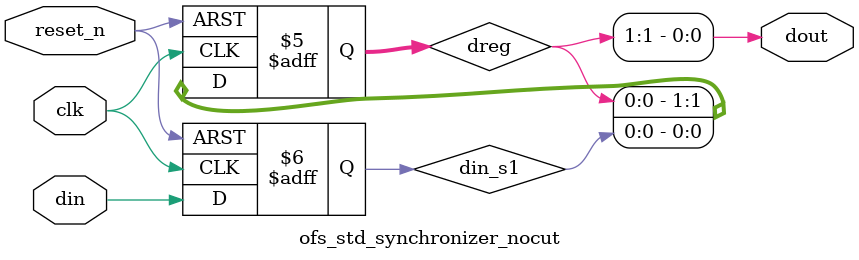
<source format=sv>


`timescale 1ns / 1ns

module ofs_std_synchronizer_nocut (
                                clk, 
                                reset_n, 
                                din, 
                                dout
                                );

   parameter depth = 3; // This value must be >= 2 !
   parameter rst_value = 0;     
   parameter turn_off_meta = 0;     
   parameter turn_off_add_pipeline = 1;
     
   input   clk;
   input   reset_n;    
   input   din;
   output  dout;
   
   // QuartusII synthesis directives:
   //     1. Preserve all registers ie. do not touch them.
   //     2. Do not merge other flip-flops with synchronizer flip-flops.
   // QuartusII TimeQuest directives:
   //     1. Identify all flip-flops in this module as members of the synchronizer 
   //        to enable automatic metastability MTBF analysis.

   (* altera_attribute = {"-name ADV_NETLIST_OPT_ALLOWED NEVER_ALLOW; -name SYNCHRONIZER_IDENTIFICATION FORCED; -name DONT_MERGE_REGISTER ON; -name PRESERVE_REGISTER ON  "} *) reg din_s1;

   (* altera_attribute = {"-name ADV_NETLIST_OPT_ALLOWED NEVER_ALLOW; -name DONT_MERGE_REGISTER ON; -name PRESERVE_REGISTER ON"} *) reg [depth-2:0] dreg;    

   (* altera_attribute = "-name SYNCHRONIZER_IDENTIFICATION OFF" *) reg dreg_R;    
  
   //synthesis translate_off
   initial begin
      if (depth <2) begin
         $display("%m: Error: synchronizer length: %0d less than 2.", depth);
      end
   end

   // the first synchronizer register is either a simple D flop for synthesis
   // and non-metastable simulation or a D flop with a method to inject random
   // metastable events resulting in random delay of [0,1] cycles
   
`ifdef __ALTERA_STD__METASTABLE_SIM

   reg[31:0]  RANDOM_SEED = 123456;      
   wire  next_din_s1;
   wire  dout;
   reg   din_last;
   reg   random;
   event metastable_event; // hook for debug monitoring

   initial begin
      $display("%m: Info: Metastable event injection simulation mode enabled");
   end
   
   always @(posedge clk) begin
      if (reset_n == 0)
        random <= $random(RANDOM_SEED);
      else
        random <= $random;
   end

// for accuracy sensitive synchronizer to turn off metastability in meta test
generate if (turn_off_meta == 1) begin: g_meta_off
   assign next_din_s1 = din;
end
else begin: g_meta
   assign next_din_s1 = (din_last ^ din) ? random : din;
end
endgenerate

   always @(posedge clk or negedge reset_n) begin
       if (reset_n == 0) 
         din_last <= (rst_value == 0)? 1'b0 : 1'b1;
       else
         din_last <= din;
   end

   always @(posedge clk or negedge reset_n) begin
       if (reset_n == 0) 
         din_s1 <= (rst_value == 0)? 1'b0 : 1'b1;
       else
         din_s1 <= next_din_s1;
   end
   
`else 

   //synthesis translate_on   
   generate if (rst_value == 0) begin : g_rst_to_0
       always @(posedge clk or negedge reset_n) begin
           if (reset_n == 0) 
             din_s1 <= 1'b0;
           else
             din_s1 <= din;
       end
   end
   endgenerate
   
   generate if (rst_value == 1) begin : g_rst_to_1
       always @(posedge clk or negedge reset_n) begin
           if (reset_n == 0) 
             din_s1 <= 1'b1;
           else
             din_s1 <= din;
       end
   end
   endgenerate
   //synthesis translate_off      

`endif

`ifdef __ALTERA_STD__METASTABLE_SIM_VERBOSE
   always @(*) begin
      if (reset_n && (din_last != din) && (random != din)) begin
         $display("%m: Verbose Info: metastable event @ time %t", $time);
         ->metastable_event;
      end
   end      
`endif

   //synthesis translate_on

   // the remaining synchronizer registers form a simple shift register
   // of length depth-1
   generate if (rst_value == 0) begin : g_rst_to_0x
      if (depth < 3) begin
         always @(posedge clk or negedge reset_n) begin
            if (reset_n == 0) 
              dreg <= {depth-1{1'b0}};            
            else
              dreg <= din_s1;
         end         
      end else begin : no_g_rst_to_0x
         always @(posedge clk or negedge reset_n) begin
            if (reset_n == 0) 
              dreg <= {depth-1{1'b0}};
            else
              dreg <= {dreg[depth-3:0], din_s1};
         end
      end
   end
   endgenerate
   
   generate if (rst_value == 1) begin : g_rst_to_1x
      if (depth < 3) begin
         always @(posedge clk or negedge reset_n) begin
            if (reset_n == 0) 
              dreg <= {depth-1{1'b1}};            
            else
              dreg <= din_s1;
         end         
      end else begin : no_g_rst_to_1x
         always @(posedge clk or negedge reset_n) begin
            if (reset_n == 0) 
              dreg <= {depth-1{1'b1}};
            else
              dreg <= {dreg[depth-3:0], din_s1};
         end
      end
   end
   endgenerate

    // for accuracy sensitive synchronizer to turn off additional pipeline
    generate if (turn_off_add_pipeline == 1) begin: g_additional_pipeline_off
       assign dout = dreg[depth-2];
    end
    else begin: g_additional_pipeline_on
        always @(posedge clk) begin
            dreg_R <= dreg[depth-2];
        end
        assign dout = dreg_R;
    end
    endgenerate

endmodule 


                        

</source>
